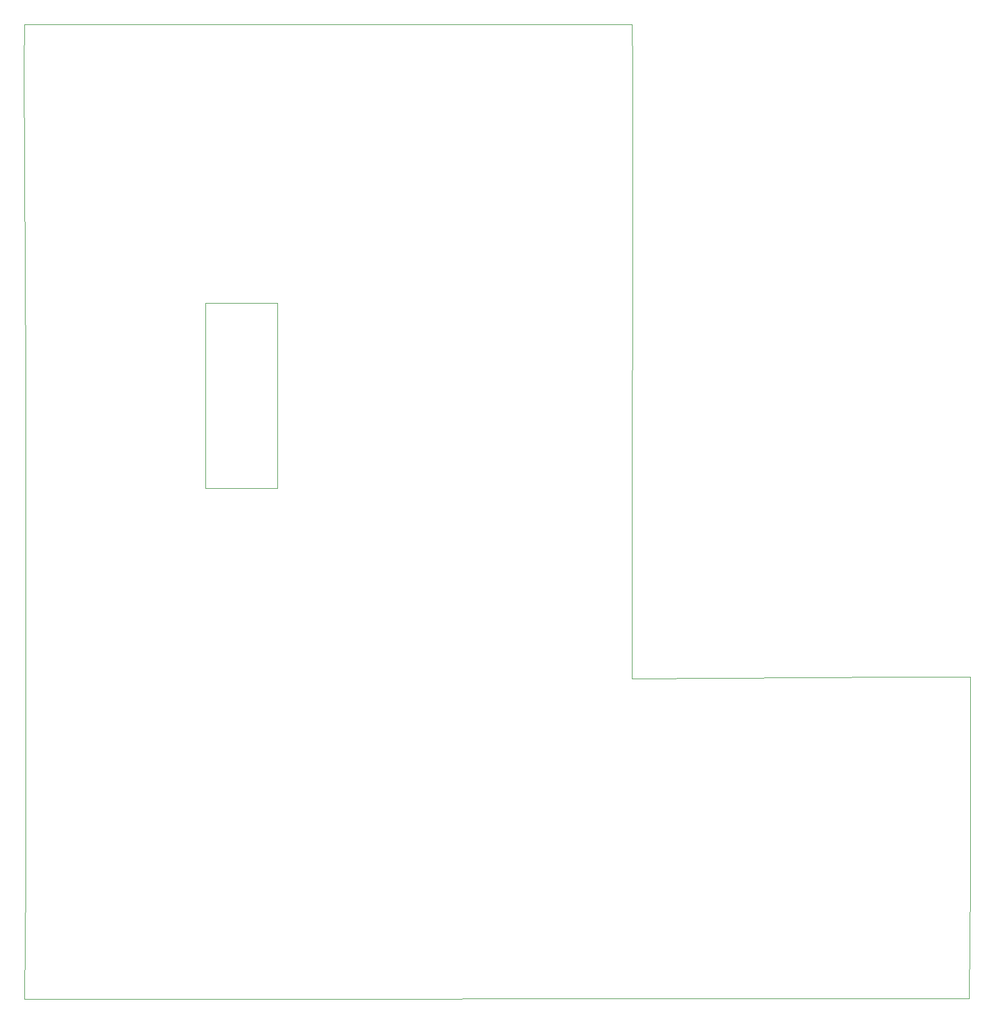
<source format=gm1>
%TF.GenerationSoftware,KiCad,Pcbnew,(6.0.9)*%
%TF.CreationDate,2022-11-23T00:30:26+01:00*%
%TF.ProjectId,Testapparaat,54657374-6170-4706-9172-6161742e6b69,rev?*%
%TF.SameCoordinates,Original*%
%TF.FileFunction,Profile,NP*%
%FSLAX46Y46*%
G04 Gerber Fmt 4.6, Leading zero omitted, Abs format (unit mm)*
G04 Created by KiCad (PCBNEW (6.0.9)) date 2022-11-23 00:30:26*
%MOMM*%
%LPD*%
G01*
G04 APERTURE LIST*
%TA.AperFunction,Profile*%
%ADD10C,0.100000*%
%TD*%
G04 APERTURE END LIST*
D10*
X183447000Y-24300500D02*
X94747000Y-24300500D01*
X183487500Y-30321250D02*
X183447000Y-24300500D01*
X94747000Y-166450500D02*
X221533000Y-166354500D01*
X94747000Y-24300500D02*
X94711000Y-30296500D01*
X94961000Y-149546500D02*
X94747000Y-166450500D01*
X232791000Y-149450500D02*
X232577000Y-166354500D01*
X183411000Y-119646500D02*
X221747000Y-119450500D01*
X183411000Y-119646500D02*
X183487500Y-30321250D01*
X221747000Y-119450500D02*
X232791000Y-119450500D01*
X221533000Y-166354500D02*
X232577000Y-166354500D01*
X232791000Y-121450500D02*
X232791000Y-119450500D01*
X94711000Y-30296500D02*
X94911000Y-75596500D01*
X94911000Y-75596500D02*
X94961000Y-149546500D01*
X232791000Y-149450500D02*
X232791000Y-121450500D01*
X121147000Y-64875500D02*
X131672000Y-64875500D01*
X131672000Y-64875500D02*
X131672000Y-91925500D01*
X131672000Y-91925500D02*
X121147000Y-91925500D01*
X121147000Y-91925500D02*
X121147000Y-64875500D01*
M02*

</source>
